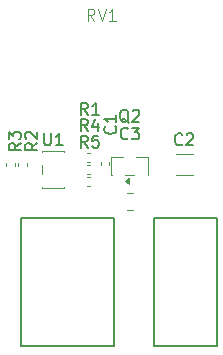
<source format=gbr>
%TF.GenerationSoftware,KiCad,Pcbnew,9.0.7*%
%TF.CreationDate,2026-01-24T18:57:43-08:00*%
%TF.ProjectId,sensor-pcb,73656e73-6f72-42d7-9063-622e6b696361,rev?*%
%TF.SameCoordinates,PXa5d4648PY5882b10*%
%TF.FileFunction,Legend,Top*%
%TF.FilePolarity,Positive*%
%FSLAX46Y46*%
G04 Gerber Fmt 4.6, Leading zero omitted, Abs format (unit mm)*
G04 Created by KiCad (PCBNEW 9.0.7) date 2026-01-24 18:57:43*
%MOMM*%
%LPD*%
G01*
G04 APERTURE LIST*
%ADD10C,0.100000*%
%ADD11C,0.150000*%
%ADD12C,0.120000*%
%ADD13C,0.152400*%
G04 APERTURE END LIST*
D10*
X-3495239Y2792581D02*
X-3828572Y3268772D01*
X-4066667Y2792581D02*
X-4066667Y3792581D01*
X-4066667Y3792581D02*
X-3685715Y3792581D01*
X-3685715Y3792581D02*
X-3590477Y3744962D01*
X-3590477Y3744962D02*
X-3542858Y3697343D01*
X-3542858Y3697343D02*
X-3495239Y3602105D01*
X-3495239Y3602105D02*
X-3495239Y3459248D01*
X-3495239Y3459248D02*
X-3542858Y3364010D01*
X-3542858Y3364010D02*
X-3590477Y3316391D01*
X-3590477Y3316391D02*
X-3685715Y3268772D01*
X-3685715Y3268772D02*
X-4066667Y3268772D01*
X-3209524Y3792581D02*
X-2876191Y2792581D01*
X-2876191Y2792581D02*
X-2542858Y3792581D01*
X-1685715Y2792581D02*
X-2257143Y2792581D01*
X-1971429Y2792581D02*
X-1971429Y3792581D01*
X-1971429Y3792581D02*
X-2066667Y3649724D01*
X-2066667Y3649724D02*
X-2161905Y3554486D01*
X-2161905Y3554486D02*
X-2257143Y3506867D01*
D11*
X-7761905Y-6754819D02*
X-7761905Y-7564342D01*
X-7761905Y-7564342D02*
X-7714286Y-7659580D01*
X-7714286Y-7659580D02*
X-7666667Y-7707200D01*
X-7666667Y-7707200D02*
X-7571429Y-7754819D01*
X-7571429Y-7754819D02*
X-7380953Y-7754819D01*
X-7380953Y-7754819D02*
X-7285715Y-7707200D01*
X-7285715Y-7707200D02*
X-7238096Y-7659580D01*
X-7238096Y-7659580D02*
X-7190477Y-7564342D01*
X-7190477Y-7564342D02*
X-7190477Y-6754819D01*
X-6190477Y-7754819D02*
X-6761905Y-7754819D01*
X-6476191Y-7754819D02*
X-6476191Y-6754819D01*
X-6476191Y-6754819D02*
X-6571429Y-6897676D01*
X-6571429Y-6897676D02*
X-6666667Y-6992914D01*
X-6666667Y-6992914D02*
X-6761905Y-7040533D01*
X-4066667Y-7954819D02*
X-4400000Y-7478628D01*
X-4638095Y-7954819D02*
X-4638095Y-6954819D01*
X-4638095Y-6954819D02*
X-4257143Y-6954819D01*
X-4257143Y-6954819D02*
X-4161905Y-7002438D01*
X-4161905Y-7002438D02*
X-4114286Y-7050057D01*
X-4114286Y-7050057D02*
X-4066667Y-7145295D01*
X-4066667Y-7145295D02*
X-4066667Y-7288152D01*
X-4066667Y-7288152D02*
X-4114286Y-7383390D01*
X-4114286Y-7383390D02*
X-4161905Y-7431009D01*
X-4161905Y-7431009D02*
X-4257143Y-7478628D01*
X-4257143Y-7478628D02*
X-4638095Y-7478628D01*
X-3161905Y-6954819D02*
X-3638095Y-6954819D01*
X-3638095Y-6954819D02*
X-3685714Y-7431009D01*
X-3685714Y-7431009D02*
X-3638095Y-7383390D01*
X-3638095Y-7383390D02*
X-3542857Y-7335771D01*
X-3542857Y-7335771D02*
X-3304762Y-7335771D01*
X-3304762Y-7335771D02*
X-3209524Y-7383390D01*
X-3209524Y-7383390D02*
X-3161905Y-7431009D01*
X-3161905Y-7431009D02*
X-3114286Y-7526247D01*
X-3114286Y-7526247D02*
X-3114286Y-7764342D01*
X-3114286Y-7764342D02*
X-3161905Y-7859580D01*
X-3161905Y-7859580D02*
X-3209524Y-7907200D01*
X-3209524Y-7907200D02*
X-3304762Y-7954819D01*
X-3304762Y-7954819D02*
X-3542857Y-7954819D01*
X-3542857Y-7954819D02*
X-3638095Y-7907200D01*
X-3638095Y-7907200D02*
X-3685714Y-7859580D01*
X-4066667Y-6554819D02*
X-4400000Y-6078628D01*
X-4638095Y-6554819D02*
X-4638095Y-5554819D01*
X-4638095Y-5554819D02*
X-4257143Y-5554819D01*
X-4257143Y-5554819D02*
X-4161905Y-5602438D01*
X-4161905Y-5602438D02*
X-4114286Y-5650057D01*
X-4114286Y-5650057D02*
X-4066667Y-5745295D01*
X-4066667Y-5745295D02*
X-4066667Y-5888152D01*
X-4066667Y-5888152D02*
X-4114286Y-5983390D01*
X-4114286Y-5983390D02*
X-4161905Y-6031009D01*
X-4161905Y-6031009D02*
X-4257143Y-6078628D01*
X-4257143Y-6078628D02*
X-4638095Y-6078628D01*
X-3209524Y-5888152D02*
X-3209524Y-6554819D01*
X-3447619Y-5507200D02*
X-3685714Y-6221485D01*
X-3685714Y-6221485D02*
X-3066667Y-6221485D01*
X-9745181Y-7566666D02*
X-10221372Y-7899999D01*
X-9745181Y-8138094D02*
X-10745181Y-8138094D01*
X-10745181Y-8138094D02*
X-10745181Y-7757142D01*
X-10745181Y-7757142D02*
X-10697562Y-7661904D01*
X-10697562Y-7661904D02*
X-10649943Y-7614285D01*
X-10649943Y-7614285D02*
X-10554705Y-7566666D01*
X-10554705Y-7566666D02*
X-10411848Y-7566666D01*
X-10411848Y-7566666D02*
X-10316610Y-7614285D01*
X-10316610Y-7614285D02*
X-10268991Y-7661904D01*
X-10268991Y-7661904D02*
X-10221372Y-7757142D01*
X-10221372Y-7757142D02*
X-10221372Y-8138094D01*
X-10745181Y-7233332D02*
X-10745181Y-6614285D01*
X-10745181Y-6614285D02*
X-10364229Y-6947618D01*
X-10364229Y-6947618D02*
X-10364229Y-6804761D01*
X-10364229Y-6804761D02*
X-10316610Y-6709523D01*
X-10316610Y-6709523D02*
X-10268991Y-6661904D01*
X-10268991Y-6661904D02*
X-10173753Y-6614285D01*
X-10173753Y-6614285D02*
X-9935658Y-6614285D01*
X-9935658Y-6614285D02*
X-9840420Y-6661904D01*
X-9840420Y-6661904D02*
X-9792800Y-6709523D01*
X-9792800Y-6709523D02*
X-9745181Y-6804761D01*
X-9745181Y-6804761D02*
X-9745181Y-7090475D01*
X-9745181Y-7090475D02*
X-9792800Y-7185713D01*
X-9792800Y-7185713D02*
X-9840420Y-7233332D01*
X-8345181Y-7566666D02*
X-8821372Y-7899999D01*
X-8345181Y-8138094D02*
X-9345181Y-8138094D01*
X-9345181Y-8138094D02*
X-9345181Y-7757142D01*
X-9345181Y-7757142D02*
X-9297562Y-7661904D01*
X-9297562Y-7661904D02*
X-9249943Y-7614285D01*
X-9249943Y-7614285D02*
X-9154705Y-7566666D01*
X-9154705Y-7566666D02*
X-9011848Y-7566666D01*
X-9011848Y-7566666D02*
X-8916610Y-7614285D01*
X-8916610Y-7614285D02*
X-8868991Y-7661904D01*
X-8868991Y-7661904D02*
X-8821372Y-7757142D01*
X-8821372Y-7757142D02*
X-8821372Y-8138094D01*
X-9249943Y-7185713D02*
X-9297562Y-7138094D01*
X-9297562Y-7138094D02*
X-9345181Y-7042856D01*
X-9345181Y-7042856D02*
X-9345181Y-6804761D01*
X-9345181Y-6804761D02*
X-9297562Y-6709523D01*
X-9297562Y-6709523D02*
X-9249943Y-6661904D01*
X-9249943Y-6661904D02*
X-9154705Y-6614285D01*
X-9154705Y-6614285D02*
X-9059467Y-6614285D01*
X-9059467Y-6614285D02*
X-8916610Y-6661904D01*
X-8916610Y-6661904D02*
X-8345181Y-7233332D01*
X-8345181Y-7233332D02*
X-8345181Y-6614285D01*
X-4066667Y-5154819D02*
X-4400000Y-4678628D01*
X-4638095Y-5154819D02*
X-4638095Y-4154819D01*
X-4638095Y-4154819D02*
X-4257143Y-4154819D01*
X-4257143Y-4154819D02*
X-4161905Y-4202438D01*
X-4161905Y-4202438D02*
X-4114286Y-4250057D01*
X-4114286Y-4250057D02*
X-4066667Y-4345295D01*
X-4066667Y-4345295D02*
X-4066667Y-4488152D01*
X-4066667Y-4488152D02*
X-4114286Y-4583390D01*
X-4114286Y-4583390D02*
X-4161905Y-4631009D01*
X-4161905Y-4631009D02*
X-4257143Y-4678628D01*
X-4257143Y-4678628D02*
X-4638095Y-4678628D01*
X-3114286Y-5154819D02*
X-3685714Y-5154819D01*
X-3400000Y-5154819D02*
X-3400000Y-4154819D01*
X-3400000Y-4154819D02*
X-3495238Y-4297676D01*
X-3495238Y-4297676D02*
X-3590476Y-4392914D01*
X-3590476Y-4392914D02*
X-3685714Y-4440533D01*
X-595239Y-5850057D02*
X-690477Y-5802438D01*
X-690477Y-5802438D02*
X-785715Y-5707200D01*
X-785715Y-5707200D02*
X-928572Y-5564342D01*
X-928572Y-5564342D02*
X-1023810Y-5516723D01*
X-1023810Y-5516723D02*
X-1119048Y-5516723D01*
X-1071429Y-5754819D02*
X-1166667Y-5707200D01*
X-1166667Y-5707200D02*
X-1261905Y-5611961D01*
X-1261905Y-5611961D02*
X-1309524Y-5421485D01*
X-1309524Y-5421485D02*
X-1309524Y-5088152D01*
X-1309524Y-5088152D02*
X-1261905Y-4897676D01*
X-1261905Y-4897676D02*
X-1166667Y-4802438D01*
X-1166667Y-4802438D02*
X-1071429Y-4754819D01*
X-1071429Y-4754819D02*
X-880953Y-4754819D01*
X-880953Y-4754819D02*
X-785715Y-4802438D01*
X-785715Y-4802438D02*
X-690477Y-4897676D01*
X-690477Y-4897676D02*
X-642858Y-5088152D01*
X-642858Y-5088152D02*
X-642858Y-5421485D01*
X-642858Y-5421485D02*
X-690477Y-5611961D01*
X-690477Y-5611961D02*
X-785715Y-5707200D01*
X-785715Y-5707200D02*
X-880953Y-5754819D01*
X-880953Y-5754819D02*
X-1071429Y-5754819D01*
X-261905Y-4850057D02*
X-214286Y-4802438D01*
X-214286Y-4802438D02*
X-119048Y-4754819D01*
X-119048Y-4754819D02*
X119047Y-4754819D01*
X119047Y-4754819D02*
X214285Y-4802438D01*
X214285Y-4802438D02*
X261904Y-4850057D01*
X261904Y-4850057D02*
X309523Y-4945295D01*
X309523Y-4945295D02*
X309523Y-5040533D01*
X309523Y-5040533D02*
X261904Y-5183390D01*
X261904Y-5183390D02*
X-309524Y-5754819D01*
X-309524Y-5754819D02*
X309523Y-5754819D01*
X-666667Y-7159580D02*
X-714286Y-7207200D01*
X-714286Y-7207200D02*
X-857143Y-7254819D01*
X-857143Y-7254819D02*
X-952381Y-7254819D01*
X-952381Y-7254819D02*
X-1095238Y-7207200D01*
X-1095238Y-7207200D02*
X-1190476Y-7111961D01*
X-1190476Y-7111961D02*
X-1238095Y-7016723D01*
X-1238095Y-7016723D02*
X-1285714Y-6826247D01*
X-1285714Y-6826247D02*
X-1285714Y-6683390D01*
X-1285714Y-6683390D02*
X-1238095Y-6492914D01*
X-1238095Y-6492914D02*
X-1190476Y-6397676D01*
X-1190476Y-6397676D02*
X-1095238Y-6302438D01*
X-1095238Y-6302438D02*
X-952381Y-6254819D01*
X-952381Y-6254819D02*
X-857143Y-6254819D01*
X-857143Y-6254819D02*
X-714286Y-6302438D01*
X-714286Y-6302438D02*
X-666667Y-6350057D01*
X-333333Y-6254819D02*
X285714Y-6254819D01*
X285714Y-6254819D02*
X-47619Y-6635771D01*
X-47619Y-6635771D02*
X95238Y-6635771D01*
X95238Y-6635771D02*
X190476Y-6683390D01*
X190476Y-6683390D02*
X238095Y-6731009D01*
X238095Y-6731009D02*
X285714Y-6826247D01*
X285714Y-6826247D02*
X285714Y-7064342D01*
X285714Y-7064342D02*
X238095Y-7159580D01*
X238095Y-7159580D02*
X190476Y-7207200D01*
X190476Y-7207200D02*
X95238Y-7254819D01*
X95238Y-7254819D02*
X-190476Y-7254819D01*
X-190476Y-7254819D02*
X-285714Y-7207200D01*
X-285714Y-7207200D02*
X-333333Y-7159580D01*
X3933333Y-7659580D02*
X3885714Y-7707200D01*
X3885714Y-7707200D02*
X3742857Y-7754819D01*
X3742857Y-7754819D02*
X3647619Y-7754819D01*
X3647619Y-7754819D02*
X3504762Y-7707200D01*
X3504762Y-7707200D02*
X3409524Y-7611961D01*
X3409524Y-7611961D02*
X3361905Y-7516723D01*
X3361905Y-7516723D02*
X3314286Y-7326247D01*
X3314286Y-7326247D02*
X3314286Y-7183390D01*
X3314286Y-7183390D02*
X3361905Y-6992914D01*
X3361905Y-6992914D02*
X3409524Y-6897676D01*
X3409524Y-6897676D02*
X3504762Y-6802438D01*
X3504762Y-6802438D02*
X3647619Y-6754819D01*
X3647619Y-6754819D02*
X3742857Y-6754819D01*
X3742857Y-6754819D02*
X3885714Y-6802438D01*
X3885714Y-6802438D02*
X3933333Y-6850057D01*
X4314286Y-6850057D02*
X4361905Y-6802438D01*
X4361905Y-6802438D02*
X4457143Y-6754819D01*
X4457143Y-6754819D02*
X4695238Y-6754819D01*
X4695238Y-6754819D02*
X4790476Y-6802438D01*
X4790476Y-6802438D02*
X4838095Y-6850057D01*
X4838095Y-6850057D02*
X4885714Y-6945295D01*
X4885714Y-6945295D02*
X4885714Y-7040533D01*
X4885714Y-7040533D02*
X4838095Y-7183390D01*
X4838095Y-7183390D02*
X4266667Y-7754819D01*
X4266667Y-7754819D02*
X4885714Y-7754819D01*
X-1740420Y-6166666D02*
X-1692800Y-6214285D01*
X-1692800Y-6214285D02*
X-1645181Y-6357142D01*
X-1645181Y-6357142D02*
X-1645181Y-6452380D01*
X-1645181Y-6452380D02*
X-1692800Y-6595237D01*
X-1692800Y-6595237D02*
X-1788039Y-6690475D01*
X-1788039Y-6690475D02*
X-1883277Y-6738094D01*
X-1883277Y-6738094D02*
X-2073753Y-6785713D01*
X-2073753Y-6785713D02*
X-2216610Y-6785713D01*
X-2216610Y-6785713D02*
X-2407086Y-6738094D01*
X-2407086Y-6738094D02*
X-2502324Y-6690475D01*
X-2502324Y-6690475D02*
X-2597562Y-6595237D01*
X-2597562Y-6595237D02*
X-2645181Y-6452380D01*
X-2645181Y-6452380D02*
X-2645181Y-6357142D01*
X-2645181Y-6357142D02*
X-2597562Y-6214285D01*
X-2597562Y-6214285D02*
X-2549943Y-6166666D01*
X-1645181Y-5214285D02*
X-1645181Y-5785713D01*
X-1645181Y-5499999D02*
X-2645181Y-5499999D01*
X-2645181Y-5499999D02*
X-2502324Y-5595237D01*
X-2502324Y-5595237D02*
X-2407086Y-5690475D01*
X-2407086Y-5690475D02*
X-2359467Y-5785713D01*
D12*
%TO.C,U1*%
X-7910000Y-8240000D02*
X-6090000Y-8240000D01*
X-7910000Y-8290000D02*
X-7910000Y-8240000D01*
X-7910000Y-10190000D02*
X-7910000Y-9410000D01*
X-7910000Y-11360000D02*
X-7910000Y-11310000D01*
X-6090000Y-8240000D02*
X-6090000Y-8290000D01*
X-6090000Y-11310000D02*
X-6090000Y-11360000D01*
X-6090000Y-11360000D02*
X-7910000Y-11360000D01*
D13*
%TO.C,J2*%
X1508000Y-13953032D02*
X1508000Y-24722632D01*
X1508000Y-24722632D02*
X6842000Y-24722632D01*
X6842000Y-13953032D02*
X1508000Y-13953032D01*
X6842000Y-24722632D02*
X6842000Y-13953032D01*
%TO.C,J1*%
X-9737000Y-13953032D02*
X-9737000Y-24722632D01*
X-9737000Y-24722632D02*
X-1863000Y-24722632D01*
X-1863000Y-13953032D02*
X-9737000Y-13953032D01*
X-1863000Y-24722632D02*
X-1863000Y-13953032D01*
D12*
%TO.C,R5*%
X-4153641Y-10420000D02*
X-3846359Y-10420000D01*
X-4153641Y-11180000D02*
X-3846359Y-11180000D01*
%TO.C,R4*%
X-3846359Y-10180000D02*
X-4153641Y-10180000D01*
X-3846359Y-9420000D02*
X-4153641Y-9420000D01*
%TO.C,R3*%
X-9980000Y-9553641D02*
X-9980000Y-9246359D01*
X-9220000Y-9553641D02*
X-9220000Y-9246359D01*
%TO.C,R2*%
X-10220000Y-9246359D02*
X-10220000Y-9553641D01*
X-10980000Y-9246359D02*
X-10980000Y-9553641D01*
%TO.C,R1*%
X-3846359Y-9180000D02*
X-4153641Y-9180000D01*
X-3846359Y-8420000D02*
X-4153641Y-8420000D01*
%TO.C,Q2*%
X-2060000Y-10260000D02*
X-2060000Y-8740000D01*
X-2010000Y-10260000D02*
X-2060000Y-10260000D01*
X-110000Y-10260000D02*
X-890000Y-10260000D01*
X1060000Y-10260000D02*
X1010000Y-10260000D01*
X-2060000Y-8740000D02*
X-1060000Y-8740000D01*
X60000Y-8740000D02*
X1060000Y-8740000D01*
X1060000Y-8740000D02*
X1060000Y-10260000D01*
X-550000Y-11040000D02*
X-880000Y-10800000D01*
X-550000Y-10560000D01*
X-550000Y-11040000D01*
G36*
X-550000Y-11040000D02*
G01*
X-880000Y-10800000D01*
X-550000Y-10560000D01*
X-550000Y-11040000D01*
G37*
%TO.C,C3*%
X-238748Y-13235000D02*
X-761252Y-13235000D01*
X-238748Y-11765000D02*
X-761252Y-11765000D01*
%TO.C,C2*%
X4811252Y-10310000D02*
X3388748Y-10310000D01*
X4811252Y-8490000D02*
X3388748Y-8490000D01*
%TO.C,C1*%
X-2240000Y-9192164D02*
X-2240000Y-9407836D01*
X-2960000Y-9192164D02*
X-2960000Y-9407836D01*
%TD*%
M02*

</source>
